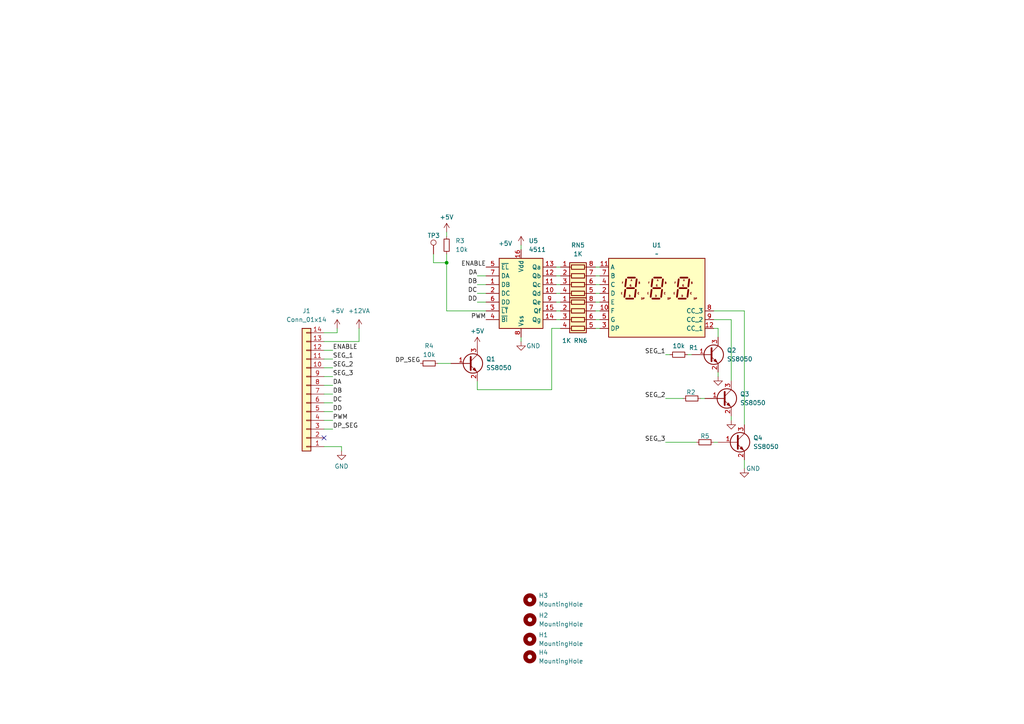
<source format=kicad_sch>
(kicad_sch (version 20231120) (generator "eeschema") (generator_version "7.99")
  (paper "A4")
  (lib_symbols
    (symbol "4xxx_IEEE:4511"
      (property "Reference" "U" (at 8.89 11.43 0))
      (property "Value" "4511" (at 8.89 -11.43 0))
      (symbol "4511_0_1"
        (rectangle (start -6.35 10.16) (end 6.35 -10.16) (stroke (width 0.254)) (fill (type background)))
      )
      (symbol "4511_1_1"
        (pin input line (at -10.16 2.54 0) (length 3.81) (name "DB") (number "1"))
        (pin output line (at 10.16 0 180) (length 3.81) (name "Qd") (number "10"))
        (pin output line (at 10.16 2.54 180) (length 3.81) (name "Qc") (number "11"))
        (pin output line (at 10.16 5.08 180) (length 3.81) (name "Qb") (number "12"))
        (pin output line (at 10.16 7.62 180) (length 3.81) (name "Qa") (number "13"))
        (pin output line (at 10.16 -7.62 180) (length 3.81) (name "Qg") (number "14"))
        (pin output line (at 10.16 -5.08 180) (length 3.81) (name "Qf") (number "15"))
        (pin power_in line (at 0 12.7 270) (length 2.54) (name "Vdd") (number "16"))
        (pin input line (at -10.16 0 0) (length 3.81) (name "DC") (number "2"))
        (pin input line (at -10.16 -5.08 0) (length 3.81) (name "~{LT}") (number "3"))
        (pin input line (at -10.16 -7.62 0) (length 3.81) (name "~{BI}") (number "4"))
        (pin input line (at -10.16 7.62 0) (length 3.81) (name "~{EL}") (number "5"))
        (pin input line (at -10.16 -2.54 0) (length 3.81) (name "DD") (number "6"))
        (pin input line (at -10.16 5.08 0) (length 3.81) (name "DA") (number "7"))
        (pin power_in line (at 0 -12.7 90) (length 2.54) (name "Vss") (number "8"))
        (pin output line (at 10.16 -2.54 180) (length 3.81) (name "Qe") (number "9"))
      )
    )
    (symbol "Connector:TestPoint" (pin_numbers hide) (pin_names (offset 0.762) hide)
      (property "Reference" "TP" (at 0 6.858 0))
      (property "Value" "TestPoint" (at 0 5.08 0))
      (symbol "TestPoint_0_1"
        (circle (center 0 3.302) (radius 0.762))
      )
      (symbol "TestPoint_1_1"
        (pin passive line (at 0 0 90) (length 2.54) (name "1") (number "1"))
      )
    )
    (symbol "Connector_Generic:Conn_01x14" (pin_names (offset 1.016) hide)
      (property "Reference" "J" (at 0 17.78 0))
      (property "Value" "Conn_01x14" (at 0 -20.32 0))
      (symbol "Conn_01x14_1_1"
        (rectangle (start -1.27 -17.653) (end 0 -17.907) (stroke (width 0.1524)))
        (rectangle (start -1.27 -15.113) (end 0 -15.367) (stroke (width 0.1524)))
        (rectangle (start -1.27 -12.573) (end 0 -12.827) (stroke (width 0.1524)))
        (rectangle (start -1.27 -10.033) (end 0 -10.287) (stroke (width 0.1524)))
        (rectangle (start -1.27 -7.493) (end 0 -7.747) (stroke (width 0.1524)))
        (rectangle (start -1.27 -4.953) (end 0 -5.207) (stroke (width 0.1524)))
        (rectangle (start -1.27 -2.413) (end 0 -2.667) (stroke (width 0.1524)))
        (rectangle (start -1.27 0.127) (end 0 -0.127) (stroke (width 0.1524)))
        (rectangle (start -1.27 2.667) (end 0 2.413) (stroke (width 0.1524)))
        (rectangle (start -1.27 5.207) (end 0 4.953) (stroke (width 0.1524)))
        (rectangle (start -1.27 7.747) (end 0 7.493) (stroke (width 0.1524)))
        (rectangle (start -1.27 10.287) (end 0 10.033) (stroke (width 0.1524)))
        (rectangle (start -1.27 12.827) (end 0 12.573) (stroke (width 0.1524)))
        (rectangle (start -1.27 15.367) (end 0 15.113) (stroke (width 0.1524)))
        (rectangle (start -1.27 16.51) (end 1.27 -19.05) (stroke (width 0.254)) (fill (type background)))
        (pin passive line (at -5.08 15.24 0) (length 3.81) (name "Pin_1") (number "1"))
        (pin passive line (at -5.08 -7.62 0) (length 3.81) (name "Pin_10") (number "10"))
        (pin passive line (at -5.08 -10.16 0) (length 3.81) (name "Pin_11") (number "11"))
        (pin passive line (at -5.08 -12.7 0) (length 3.81) (name "Pin_12") (number "12"))
        (pin passive line (at -5.08 -15.24 0) (length 3.81) (name "Pin_13") (number "13"))
        (pin passive line (at -5.08 -17.78 0) (length 3.81) (name "Pin_14") (number "14"))
        (pin passive line (at -5.08 12.7 0) (length 3.81) (name "Pin_2") (number "2"))
        (pin passive line (at -5.08 10.16 0) (length 3.81) (name "Pin_3") (number "3"))
        (pin passive line (at -5.08 7.62 0) (length 3.81) (name "Pin_4") (number "4"))
        (pin passive line (at -5.08 5.08 0) (length 3.81) (name "Pin_5") (number "5"))
        (pin passive line (at -5.08 2.54 0) (length 3.81) (name "Pin_6") (number "6"))
        (pin passive line (at -5.08 0 0) (length 3.81) (name "Pin_7") (number "7"))
        (pin passive line (at -5.08 -2.54 0) (length 3.81) (name "Pin_8") (number "8"))
        (pin passive line (at -5.08 -5.08 0) (length 3.81) (name "Pin_9") (number "9"))
      )
    )
    (symbol "Device:R_Pack04" (pin_names (offset 0) hide)
      (property "Reference" "RN" (at -7.62 0 90))
      (property "Value" "R_Pack04" (at 5.08 0 90))
      (symbol "R_Pack04_0_1"
        (rectangle (start -6.35 -2.413) (end 3.81 2.413) (stroke (width 0.254)) (fill (type background)))
        (rectangle (start -5.715 1.905) (end -4.445 -1.905) (stroke (width 0.254)))
        (rectangle (start -3.175 1.905) (end -1.905 -1.905) (stroke (width 0.254)))
        (rectangle (start -0.635 1.905) (end 0.635 -1.905) (stroke (width 0.254)))
        (polyline (pts (xy -5.08 -2.54) (xy -5.08 -1.905)))
        (polyline (pts (xy -5.08 1.905) (xy -5.08 2.54)))
        (polyline (pts (xy -2.54 -2.54) (xy -2.54 -1.905)))
        (polyline (pts (xy -2.54 1.905) (xy -2.54 2.54)))
        (polyline (pts (xy 0 -2.54) (xy 0 -1.905)))
        (polyline (pts (xy 0 1.905) (xy 0 2.54)))
        (polyline (pts (xy 2.54 -2.54) (xy 2.54 -1.905)))
        (polyline (pts (xy 2.54 1.905) (xy 2.54 2.54)))
        (rectangle (start 1.905 1.905) (end 3.175 -1.905) (stroke (width 0.254)))
      )
      (symbol "R_Pack04_1_1"
        (pin passive line (at -5.08 -5.08 90) (length 2.54) (name "R1.1") (number "1"))
        (pin passive line (at -2.54 -5.08 90) (length 2.54) (name "R2.1") (number "2"))
        (pin passive line (at 0 -5.08 90) (length 2.54) (name "R3.1") (number "3"))
        (pin passive line (at 2.54 -5.08 90) (length 2.54) (name "R4.1") (number "4"))
        (pin passive line (at 2.54 5.08 270) (length 2.54) (name "R4.2") (number "5"))
        (pin passive line (at 0 5.08 270) (length 2.54) (name "R3.2") (number "6"))
        (pin passive line (at -2.54 5.08 270) (length 2.54) (name "R2.2") (number "7"))
        (pin passive line (at -5.08 5.08 270) (length 2.54) (name "R1.2") (number "8"))
      )
    )
    (symbol "Device:R_Small" (pin_numbers hide) (pin_names (offset 0.254) hide)
      (property "Reference" "R" (at 0.762 0.508 0))
      (property "Value" "R_Small" (at 0.762 -1.016 0))
      (symbol "R_Small_0_1"
        (rectangle (start -0.762 1.778) (end 0.762 -1.778) (stroke (width 0.2032)))
      )
      (symbol "R_Small_1_1"
        (pin passive line (at 0 2.54 270) (length 0.762) (name "~") (number "1"))
        (pin passive line (at 0 -2.54 90) (length 0.762) (name "~") (number "2"))
      )
    )
    (symbol "Mechanical:MountingHole" (pin_names (offset 1.016))
      (property "Reference" "H" (at 0 5.08 0))
      (property "Value" "MountingHole" (at 0 3.175 0))
      (symbol "MountingHole_0_1"
        (circle (center 0 0) (radius 1.27) (stroke (width 1.27)))
      )
    )
    (symbol "New_Library:7seg_3digit"
      (property "Reference" "U" (at 0 0 0))
      (symbol "7seg_3digit_1_0"
        (text "A" (at 7.874 -10.16 0) (effects (font (size 0.508 0.508))))
        (text "A" (at 15.494 -10.16 0) (effects (font (size 0.508 0.508))))
        (text "A" (at 23.114 -10.16 0) (effects (font (size 0.508 0.508))))
        (text "B" (at 10.16 -10.922 0) (effects (font (size 0.508 0.508))))
        (text "B" (at 17.78 -10.922 0) (effects (font (size 0.508 0.508))))
        (text "B" (at 25.4 -10.922 0) (effects (font (size 0.508 0.508))))
        (text "C" (at 9.906 -13.97 0) (effects (font (size 0.508 0.508))))
        (text "C" (at 17.526 -13.97 0) (effects (font (size 0.508 0.508))))
        (text "C" (at 25.146 -13.97 0) (effects (font (size 0.508 0.508))))
        (text "D" (at 7.366 -14.732 0) (effects (font (size 0.508 0.508))))
        (text "D" (at 14.986 -14.732 0) (effects (font (size 0.508 0.508))))
        (text "D" (at 22.606 -14.732 0) (effects (font (size 0.508 0.508))))
        (text "DP" (at 11.176 -15.494 0) (effects (font (size 0.508 0.508))))
        (text "DP" (at 18.796 -15.494 0) (effects (font (size 0.508 0.508))))
        (text "DP" (at 26.416 -15.494 0) (effects (font (size 0.508 0.508))))
        (text "E" (at 5.08 -13.97 0) (effects (font (size 0.508 0.508))))
        (text "E" (at 12.7 -13.97 0) (effects (font (size 0.508 0.508))))
        (text "E" (at 20.32 -13.97 0) (effects (font (size 0.508 0.508))))
        (text "F" (at 5.334 -10.922 0) (effects (font (size 0.508 0.508))))
        (text "F" (at 12.954 -10.922 0) (effects (font (size 0.508 0.508))))
        (text "F" (at 20.574 -10.922 0) (effects (font (size 0.508 0.508))))
        (text "G" (at 7.62 -11.684 0) (effects (font (size 0.508 0.508))))
        (text "G" (at 15.24 -11.684 0) (effects (font (size 0.508 0.508))))
        (text "G" (at 22.86 -11.684 0) (effects (font (size 0.508 0.508))))
      )
      (symbol "7seg_3digit_1_1"
        (polyline (pts (xy 6.096 -12.954) (xy 5.842 -14.986)) (stroke (width 0.508)))
        (polyline (pts (xy 6.35 -15.494) (xy 8.382 -15.494)) (stroke (width 0.508)))
        (polyline (pts (xy 6.35 -9.906) (xy 6.096 -11.938)) (stroke (width 0.508)))
        (polyline (pts (xy 6.604 -12.446) (xy 8.636 -12.446)) (stroke (width 0.508)))
        (polyline (pts (xy 6.858 -9.398) (xy 8.89 -9.398)) (stroke (width 0.508)))
        (polyline (pts (xy 9.144 -12.954) (xy 8.89 -14.986)) (stroke (width 0.508)))
        (polyline (pts (xy 9.398 -9.906) (xy 9.144 -11.938)) (stroke (width 0.508)))
        (polyline (pts (xy 10.16 -15.494) (xy 10.16 -15.494)) (stroke (width 0.508)))
        (polyline (pts (xy 13.716 -12.954) (xy 13.462 -14.986)) (stroke (width 0.508)))
        (polyline (pts (xy 13.97 -15.494) (xy 16.002 -15.494)) (stroke (width 0.508)))
        (polyline (pts (xy 13.97 -9.906) (xy 13.716 -11.938)) (stroke (width 0.508)))
        (polyline (pts (xy 14.224 -12.446) (xy 16.256 -12.446)) (stroke (width 0.508)))
        (polyline (pts (xy 14.478 -9.398) (xy 16.51 -9.398)) (stroke (width 0.508)))
        (polyline (pts (xy 16.764 -12.954) (xy 16.51 -14.986)) (stroke (width 0.508)))
        (polyline (pts (xy 17.018 -9.906) (xy 16.764 -11.938)) (stroke (width 0.508)))
        (polyline (pts (xy 17.78 -15.494) (xy 17.78 -15.494)) (stroke (width 0.508)))
        (polyline (pts (xy 21.336 -12.954) (xy 21.082 -14.986)) (stroke (width 0.508)))
        (polyline (pts (xy 21.59 -15.494) (xy 23.622 -15.494)) (stroke (width 0.508)))
        (polyline (pts (xy 21.59 -9.906) (xy 21.336 -11.938)) (stroke (width 0.508)))
        (polyline (pts (xy 21.844 -12.446) (xy 23.876 -12.446)) (stroke (width 0.508)))
        (polyline (pts (xy 22.098 -9.398) (xy 24.13 -9.398)) (stroke (width 0.508)))
        (polyline (pts (xy 24.384 -12.954) (xy 24.13 -14.986)) (stroke (width 0.508)))
        (polyline (pts (xy 24.638 -9.906) (xy 24.384 -11.938)) (stroke (width 0.508)))
        (polyline (pts (xy 25.4 -15.494) (xy 25.4 -15.494)) (stroke (width 0.508)))
        (rectangle (start 1.27 -3.81) (end 29.21 -26.67) (stroke (width 0.254)) (fill (type background)))
        (pin input line (at -1.27 -16.51 0) (length 2.54) (name "E") (number "1"))
        (pin input line (at -1.27 -19.05 0) (length 2.54) (name "F") (number "10"))
        (pin input line (at -1.27 -6.35 0) (length 2.54) (name "A") (number "11"))
        (pin input line (at 31.75 -24.13 180) (length 2.54) (name "CC_1") (number "12"))
        (pin input line (at -1.27 -13.97 0) (length 2.54) (name "D") (number "2"))
        (pin input line (at -1.27 -24.13 0) (length 2.54) (name "DP") (number "3"))
        (pin input line (at -1.27 -11.43 0) (length 2.54) (name "C") (number "4"))
        (pin input line (at -1.27 -21.59 0) (length 2.54) (name "G") (number "5"))
        (pin input line (at -1.27 -8.89 0) (length 2.54) (name "B") (number "7"))
        (pin input line (at 31.75 -19.05 180) (length 2.54) (name "CC_3") (number "8"))
        (pin input line (at 31.75 -21.59 180) (length 2.54) (name "CC_2") (number "9"))
      )
    )
    (symbol "Transistor_BJT:BC847" (pin_names (offset 0) hide)
      (property "Reference" "Q" (at 5.08 1.905 0))
      (property "Value" "BC847" (at 5.08 0 0))
      (symbol "BC847_0_1"
        (polyline (pts (xy 0.635 0.635) (xy 2.54 2.54)))
        (polyline (pts (xy 0.635 -0.635) (xy 2.54 -2.54) (xy 2.54 -2.54)))
        (polyline (pts (xy 0.635 1.905) (xy 0.635 -1.905) (xy 0.635 -1.905)) (stroke (width 0.508)))
        (polyline (pts (xy 1.27 -1.778) (xy 1.778 -1.27) (xy 2.286 -2.286) (xy 1.27 -1.778) (xy 1.27 -1.778)) (fill (type outline)))
        (circle (center 1.27 0) (radius 2.8194) (stroke (width 0.254)))
      )
      (symbol "BC847_1_1"
        (pin input line (at -5.08 0 0) (length 5.715) (name "B") (number "1"))
        (pin passive line (at 2.54 -5.08 90) (length 2.54) (name "E") (number "2"))
        (pin passive line (at 2.54 5.08 270) (length 2.54) (name "C") (number "3"))
      )
    )
    (symbol "power:+12VA" (power) (pin_names (offset 0))
      (property "Value" "+12VA" (at 0 3.556 0))
      (symbol "+12VA_0_1"
        (polyline (pts (xy -0.762 1.27) (xy 0 2.54)))
        (polyline (pts (xy 0 0) (xy 0 2.54)))
        (polyline (pts (xy 0 2.54) (xy 0.762 1.27)))
      )
      (symbol "+12VA_1_1"
        (pin power_in line (at 0 0 90) (length 0) hide (name "+12VA") (number "1"))
      )
    )
    (symbol "power:+5V" (power) (pin_names (offset 0))
      (property "Value" "+5V" (at 0 3.556 0))
      (symbol "+5V_0_1"
        (polyline (pts (xy -0.762 1.27) (xy 0 2.54)))
        (polyline (pts (xy 0 0) (xy 0 2.54)))
        (polyline (pts (xy 0 2.54) (xy 0.762 1.27)))
      )
      (symbol "+5V_1_1"
        (pin power_in line (at 0 0 90) (length 0) hide (name "+5V") (number "1"))
      )
    )
    (symbol "power:GND" (power) (pin_names (offset 0))
      (property "Value" "GND" (at 0 -3.81 0))
      (symbol "GND_0_1"
        (polyline (pts (xy 0 0) (xy 0 -1.27) (xy 1.27 -1.27) (xy 0 -2.54) (xy -1.27 -1.27) (xy 0 -1.27)))
      )
      (symbol "GND_1_1"
        (pin power_in line (at 0 0 270) (length 0) hide (name "GND") (number "1"))
      )
    )
  )
  (junction (at 129.54 76.2))
  (no_connect (at 93.98 127))
  (wire (pts (xy 207.01 95.25) (xy 208.28 95.25)))
  (wire (pts (xy 173.99 87.63) (xy 172.72 87.63)))
  (wire (pts (xy 93.98 124.46) (xy 96.52 124.46)))
  (wire (pts (xy 138.43 82.55) (xy 140.97 82.55)))
  (wire (pts (xy 129.54 76.2) (xy 129.54 73.66)))
  (wire (pts (xy 161.29 82.55) (xy 162.56 82.55)))
  (wire (pts (xy 125.73 73.66) (xy 125.73 76.2)))
  (wire (pts (xy 161.29 85.09) (xy 162.56 85.09)))
  (wire (pts (xy 160.02 95.25) (xy 162.56 95.25)))
  (wire (pts (xy 193.04 115.57) (xy 198.12 115.57)))
  (wire (pts (xy 201.93 128.27) (xy 193.04 128.27)))
  (wire (pts (xy 93.98 101.6) (xy 96.52 101.6)))
  (wire (pts (xy 172.72 95.25) (xy 173.99 95.25)))
  (wire (pts (xy 93.98 119.38) (xy 96.52 119.38)))
  (wire (pts (xy 99.06 129.54) (xy 93.98 129.54)))
  (wire (pts (xy 93.98 114.3) (xy 96.52 114.3)))
  (wire (pts (xy 215.9 133.35) (xy 215.9 135.89)))
  (wire (pts (xy 173.99 92.71) (xy 172.72 92.71)))
  (wire (pts (xy 204.47 115.57) (xy 203.2 115.57)))
  (wire (pts (xy 138.43 87.63) (xy 140.97 87.63)))
  (wire (pts (xy 129.54 67.31) (xy 129.54 68.58)))
  (wire (pts (xy 173.99 90.17) (xy 172.72 90.17)))
  (wire (pts (xy 138.43 113.03) (xy 160.02 113.03)))
  (wire (pts (xy 208.28 107.95) (xy 208.28 109.22)))
  (wire (pts (xy 173.99 80.01) (xy 172.72 80.01)))
  (wire (pts (xy 212.09 92.71) (xy 207.01 92.71)))
  (wire (pts (xy 161.29 80.01) (xy 162.56 80.01)))
  (wire (pts (xy 99.06 130.81) (xy 99.06 129.54)))
  (wire (pts (xy 125.73 76.2) (xy 129.54 76.2)))
  (wire (pts (xy 93.98 111.76) (xy 96.52 111.76)))
  (wire (pts (xy 173.99 82.55) (xy 172.72 82.55)))
  (wire (pts (xy 93.98 99.06) (xy 104.14 99.06)))
  (wire (pts (xy 212.09 110.49) (xy 212.09 92.71)))
  (wire (pts (xy 138.43 80.01) (xy 140.97 80.01)))
  (wire (pts (xy 127 105.41) (xy 130.81 105.41)))
  (wire (pts (xy 140.97 90.17) (xy 129.54 90.17)))
  (wire (pts (xy 97.79 95.25) (xy 97.79 96.52)))
  (wire (pts (xy 194.31 102.87) (xy 193.04 102.87)))
  (wire (pts (xy 215.9 123.19) (xy 215.9 90.17)))
  (wire (pts (xy 151.13 97.79) (xy 151.13 99.06)))
  (wire (pts (xy 173.99 85.09) (xy 172.72 85.09)))
  (wire (pts (xy 151.13 71.12) (xy 151.13 72.39)))
  (wire (pts (xy 138.43 110.49) (xy 138.43 113.03)))
  (wire (pts (xy 161.29 92.71) (xy 162.56 92.71)))
  (wire (pts (xy 215.9 90.17) (xy 207.01 90.17)))
  (wire (pts (xy 93.98 116.84) (xy 96.52 116.84)))
  (wire (pts (xy 173.99 77.47) (xy 172.72 77.47)))
  (wire (pts (xy 138.43 85.09) (xy 140.97 85.09)))
  (wire (pts (xy 93.98 104.14) (xy 96.52 104.14)))
  (wire (pts (xy 93.98 109.22) (xy 96.52 109.22)))
  (wire (pts (xy 161.29 87.63) (xy 162.56 87.63)))
  (wire (pts (xy 161.29 77.47) (xy 162.56 77.47)))
  (wire (pts (xy 160.02 113.03) (xy 160.02 95.25)))
  (wire (pts (xy 93.98 121.92) (xy 96.52 121.92)))
  (wire (pts (xy 129.54 90.17) (xy 129.54 76.2)))
  (wire (pts (xy 161.29 90.17) (xy 162.56 90.17)))
  (wire (pts (xy 207.01 128.27) (xy 208.28 128.27)))
  (wire (pts (xy 93.98 106.68) (xy 96.52 106.68)))
  (wire (pts (xy 208.28 95.25) (xy 208.28 97.79)))
  (wire (pts (xy 104.14 99.06) (xy 104.14 95.25)))
  (wire (pts (xy 212.09 120.65) (xy 212.09 121.92)))
  (wire (pts (xy 97.79 96.52) (xy 93.98 96.52)))
  (wire (pts (xy 199.39 102.87) (xy 200.66 102.87)))
  (label "DP_SEG" (at 96.52 124.46 0))
  (label "DC" (at 138.43 85.09 180))
  (label "DP_SEG" (at 121.92 105.41 180))
  (label "DB" (at 96.52 114.3 0))
  (label "SEG_1" (at 96.52 104.14 0))
  (label "SEG_3" (at 96.52 109.22 0))
  (label "SEG_1" (at 193.04 102.87 180))
  (label "SEG_2" (at 96.52 106.68 0))
  (label "DD" (at 96.52 119.38 0))
  (label "DA" (at 96.52 111.76 0))
  (label "PWM" (at 140.97 92.71 180))
  (label "ENABLE" (at 140.97 77.47 180))
  (label "DB" (at 138.43 82.55 180))
  (label "SEG_2" (at 193.04 115.57 180))
  (label "ENABLE" (at 96.52 101.6 0))
  (label "PWM" (at 96.52 121.92 0))
  (label "DC" (at 96.52 116.84 0))
  (label "DA" (at 138.43 80.01 180))
  (label "DD" (at 138.43 87.63 180))
  (label "SEG_3" (at 193.04 128.27 180))
  (symbol (lib_id "Device:R_Small") (at 129.54 71.12 0) (unit 1)
    (property "Reference" "R3" (at 132.08 69.8499 0) (effects (justify left)))
    (property "Value" "10k" (at 132.08 72.3899 0) (effects (justify left)))
    (property "Footprint" "Resistor_SMD:R_0603_1608Metric" (effects (hide yes)))
    (property "Description" "Resistor, small symbol" (effects (hide yes)))
  )
  (symbol (lib_id "power:+5V") (at 151.13 71.12 0) (unit 1)
    (property "Reference" "#PWR014" (effects (hide yes)))
    (property "Value" "+5V" (at 146.558 70.612 0))
  )
  (symbol (lib_id "Transistor_BJT:BC847") (at 135.89 105.41 0) (unit 1)
    (property "Reference" "Q1" (at 140.97 104.1399 0) (effects (justify left)))
    (property "Value" "SS8050" (at 140.97 106.6799 0) (effects (justify left)))
    (property "Footprint" "Package_TO_SOT_SMD:SOT-23-3" (effects (hide yes)))
    (property "Datasheet" "http://www.infineon.com/dgdl/Infineon-BC847SERIES_BC848SERIES_BC849SERIES_BC850SERIES-DS-v01_01-en.pdf?fileId=db3a304314dca389011541d4630a1657" (effects (hide yes)))
    (property "Description" "0.1A Ic, 45V Vce, NPN Transistor, SOT-23" (effects (hide yes)))
    (property "LCSC" "C2150" (effects (hide yes)))
  )
  (symbol (lib_id "Mechanical:MountingHole") (at 153.67 190.5 0) (unit 1) (in_bom no)
    (property "Reference" "H4" (at 156.21 189.2299 0) (effects (justify left)))
    (property "Value" "MountingHole" (at 156.21 191.7699 0) (effects (justify left)))
    (property "Footprint" "MountingHole:MountingHole_3.2mm_M3_Pad_Via" (effects (hide yes)))
    (property "Description" "Mounting Hole without connection" (effects (hide yes)))
  )
  (symbol (lib_id "power:+12VA") (at 104.14 95.25 0) (unit 1)
    (property "Reference" "#PWR08" (effects (hide yes)))
    (property "Value" "+12VA" (at 104.14 90.17 0))
    (property "Description" "Power symbol creates a global label with name \"+12VA\"" (effects (hide yes)))
  )
  (symbol (lib_id "Connector:TestPoint") (at 125.73 73.66 0) (unit 1) (in_bom no)
    (property "Reference" "TP3" (at 123.952 68.326 0) (effects (justify left)))
    (property "Value" "TestPoint" (effects (hide yes)))
    (property "Footprint" "TestPoint:TestPoint_Pad_1.0x1.0mm" (effects (hide yes)))
    (property "Description" "test point" (effects (hide yes)))
  )
  (symbol (lib_id "power:GND") (at 215.9 135.89 0) (unit 1)
    (property "Reference" "#PWR06" (effects (hide yes)))
    (property "Value" "GND" (at 218.44 135.89 0))
    (property "Description" "Power symbol creates a global label with name \"GND\" , ground" (effects (hide yes)))
  )
  (symbol (lib_id "power:GND") (at 212.09 121.92 0) (unit 1)
    (property "Reference" "#PWR05" (effects (hide yes)))
    (property "Value" "GND" (effects (hide yes)))
    (property "Description" "Power symbol creates a global label with name \"GND\" , ground" (effects (hide yes)))
  )
  (symbol (lib_id "Transistor_BJT:BC847") (at 205.74 102.87 0) (unit 1)
    (property "Reference" "Q2" (at 210.82 101.5999 0) (effects (justify left)))
    (property "Value" "SS8050" (at 210.82 104.1399 0) (effects (justify left)))
    (property "Footprint" "Package_TO_SOT_SMD:SOT-23-3" (effects (hide yes)))
    (property "Datasheet" "http://www.infineon.com/dgdl/Infineon-BC847SERIES_BC848SERIES_BC849SERIES_BC850SERIES-DS-v01_01-en.pdf?fileId=db3a304314dca389011541d4630a1657" (effects (hide yes)))
    (property "Description" "0.1A Ic, 45V Vce, NPN Transistor, SOT-23" (effects (hide yes)))
    (property "LCSC" "C2150" (effects (hide yes)))
  )
  (symbol (lib_id "New_Library:7seg_3digit") (at 175.26 71.12 0) (unit 1)
    (property "Reference" "U1" (at 190.5 71.12 0))
    (property "Value" "~" (at 190.5 73.66 0))
    (property "Footprint" "Connector_PinHeader_2.00mm:PinHeader_2x12_P2.00mm_Vertical" (effects (hide yes)))
  )
  (symbol (lib_id "Device:R_Small") (at 204.47 128.27 90) (unit 1)
    (property "Reference" "R5" (at 204.47 126.492 90))
    (property "Value" "10k" (effects (hide yes)))
    (property "Footprint" "Resistor_SMD:R_0603_1608Metric" (effects (hide yes)))
    (property "Description" "Resistor, small symbol" (effects (hide yes)))
  )
  (symbol (lib_id "Mechanical:MountingHole") (at 153.7078 179.7456 0) (unit 1) (in_bom no)
    (property "Reference" "H2" (at 156.2478 178.4755 0) (effects (justify left)))
    (property "Value" "MountingHole" (at 156.2478 181.0155 0) (effects (justify left)))
    (property "Footprint" "MountingHole:MountingHole_3.2mm_M3_Pad_Via" (effects (hide yes)))
    (property "Description" "Mounting Hole without connection" (effects (hide yes)))
  )
  (symbol (lib_id "Mechanical:MountingHole") (at 153.67 173.99 0) (unit 1) (in_bom no)
    (property "Reference" "H3" (at 156.21 172.7199 0) (effects (justify left)))
    (property "Value" "MountingHole" (at 156.21 175.2599 0) (effects (justify left)))
    (property "Footprint" "MountingHole:MountingHole_3.2mm_M3_Pad_Via" (effects (hide yes)))
    (property "Description" "Mounting Hole without connection" (effects (hide yes)))
  )
  (symbol (lib_id "power:+5V") (at 138.43 100.33 0) (unit 1)
    (property "Reference" "#PWR016" (effects (hide yes)))
    (property "Value" "+5V" (at 138.43 96.012 0))
  )
  (symbol (lib_id "Device:R_Pack04") (at 167.64 92.71 270) (unit 1)
    (property "Reference" "RN6" (at 168.402 98.806 90))
    (property "Value" "1K" (at 164.338 98.806 90))
    (property "Footprint" "Resistor_SMD:R_Array_Convex_4x0603" (effects (hide yes)))
    (property "Description" "4 resistor network, parallel topology" (effects (hide yes)))
    (property "LCSC" "C160614" (effects (hide yes)))
  )
  (symbol (lib_id "Device:R_Small") (at 124.46 105.41 90) (unit 1)
    (property "Reference" "R4" (at 124.46 100.33 90))
    (property "Value" "10k" (at 124.46 102.87 90))
    (property "Footprint" "Resistor_SMD:R_0603_1608Metric" (effects (hide yes)))
    (property "Description" "Resistor, small symbol" (effects (hide yes)))
  )
  (symbol (lib_id "power:GND") (at 208.28 109.22 0) (unit 1)
    (property "Reference" "#PWR04" (effects (hide yes)))
    (property "Value" "GND" (effects (hide yes)))
    (property "Description" "Power symbol creates a global label with name \"GND\" , ground" (effects (hide yes)))
  )
  (symbol (lib_id "power:+5V") (at 97.79 95.25 0) (unit 1)
    (property "Reference" "#PWR07" (effects (hide yes)))
    (property "Value" "+5V" (at 97.79 90.17 0))
  )
  (symbol (lib_id "Transistor_BJT:BC847") (at 209.55 115.57 0) (unit 1)
    (property "Reference" "Q3" (at 214.63 114.2999 0) (effects (justify left)))
    (property "Value" "SS8050" (at 214.63 116.8399 0) (effects (justify left)))
    (property "Footprint" "Package_TO_SOT_SMD:SOT-23-3" (effects (hide yes)))
    (property "Datasheet" "http://www.infineon.com/dgdl/Infineon-BC847SERIES_BC848SERIES_BC849SERIES_BC850SERIES-DS-v01_01-en.pdf?fileId=db3a304314dca389011541d4630a1657" (effects (hide yes)))
    (property "Description" "0.1A Ic, 45V Vce, NPN Transistor, SOT-23" (effects (hide yes)))
    (property "LCSC" "C2150" (effects (hide yes)))
  )
  (symbol (lib_id "Device:R_Pack04") (at 167.64 82.55 270) (unit 1)
    (property "Reference" "RN5" (at 167.64 71.12 90))
    (property "Value" "1K" (at 167.64 73.66 90))
    (property "Footprint" "Resistor_SMD:R_Array_Convex_4x0603" (effects (hide yes)))
    (property "Description" "4 resistor network, parallel topology" (effects (hide yes)))
    (property "LCSC" "C160614" (effects (hide yes)))
  )
  (symbol (lib_id "Device:R_Small") (at 200.66 115.57 90) (unit 1)
    (property "Reference" "R2" (at 200.406 113.792 90))
    (property "Value" "10k" (effects (hide yes)))
    (property "Footprint" "Resistor_SMD:R_0603_1608Metric" (effects (hide yes)))
    (property "Description" "Resistor, small symbol" (effects (hide yes)))
  )
  (symbol (lib_id "Transistor_BJT:BC847") (at 213.36 128.27 0) (unit 1)
    (property "Reference" "Q4" (at 218.44 126.9999 0) (effects (justify left)))
    (property "Value" "SS8050" (at 218.44 129.5399 0) (effects (justify left)))
    (property "Footprint" "Package_TO_SOT_SMD:SOT-23-3" (effects (hide yes)))
    (property "Datasheet" "http://www.infineon.com/dgdl/Infineon-BC847SERIES_BC848SERIES_BC849SERIES_BC850SERIES-DS-v01_01-en.pdf?fileId=db3a304314dca389011541d4630a1657" (effects (hide yes)))
    (property "Description" "0.1A Ic, 45V Vce, NPN Transistor, SOT-23" (effects (hide yes)))
    (property "LCSC" "C2150" (effects (hide yes)))
  )
  (symbol (lib_id "power:GND") (at 99.06 130.81 0) (unit 1)
    (property "Reference" "#PWR09" (effects (hide yes)))
    (property "Value" "GND" (at 99.06 135.2534 0))
  )
  (symbol (lib_id "power:+5V") (at 129.54 67.31 0) (unit 1)
    (property "Reference" "#PWR012" (effects (hide yes)))
    (property "Value" "+5V" (at 129.54 62.992 0))
  )
  (symbol (lib_id "Mechanical:MountingHole") (at 153.67 185.42 0) (unit 1) (in_bom no)
    (property "Reference" "H1" (at 156.21 184.1499 0) (effects (justify left)))
    (property "Value" "MountingHole" (at 156.21 186.6899 0) (effects (justify left)))
    (property "Footprint" "MountingHole:MountingHole_3.2mm_M3_Pad_Via" (effects (hide yes)))
    (property "Description" "Mounting Hole without connection" (effects (hide yes)))
  )
  (symbol (lib_id "power:GND") (at 151.13 99.06 0) (unit 1)
    (property "Reference" "#PWR015" (effects (hide yes)))
    (property "Value" "GND" (at 154.686 100.33 0))
  )
  (symbol (lib_id "Connector_Generic:Conn_01x14") (at 88.9 114.3 180) (unit 1) (in_bom no)
    (property "Reference" "J1" (at 88.9 90.17 0))
    (property "Value" "Conn_01x14" (at 88.9 92.71 0))
    (property "Footprint" "Connector_PinHeader_2.54mm:PinHeader_2x07_P2.54mm_Vertical" (effects (hide yes)))
    (property "Description" "Generic connector, single row, 01x14, script generated (kicad-library-utils/schlib/autogen/connector/)" (effects (hide yes)))
  )
  (symbol (lib_id "4xxx_IEEE:4511") (at 151.13 85.09 0) (unit 1)
    (property "Reference" "U5" (at 153.3241 69.85 0) (effects (justify left)))
    (property "Value" "4511" (at 153.3241 72.39 0) (effects (justify left)))
    (property "Footprint" "Package_SO:SOP-16_4.55x10.3mm_P1.27mm" (effects (hide yes)))
    (property "LCSC" "C5145431" (effects (hide yes)))
  )
  (symbol (lib_id "Device:R_Small") (at 196.85 102.87 90) (unit 1)
    (property "Reference" "R1" (at 201.168 100.838 90))
    (property "Value" "10k" (at 196.85 100.33 90))
    (property "Footprint" "Resistor_SMD:R_0603_1608Metric" (effects (hide yes)))
    (property "Description" "Resistor, small symbol" (effects (hide yes)))
  )
)
</source>
